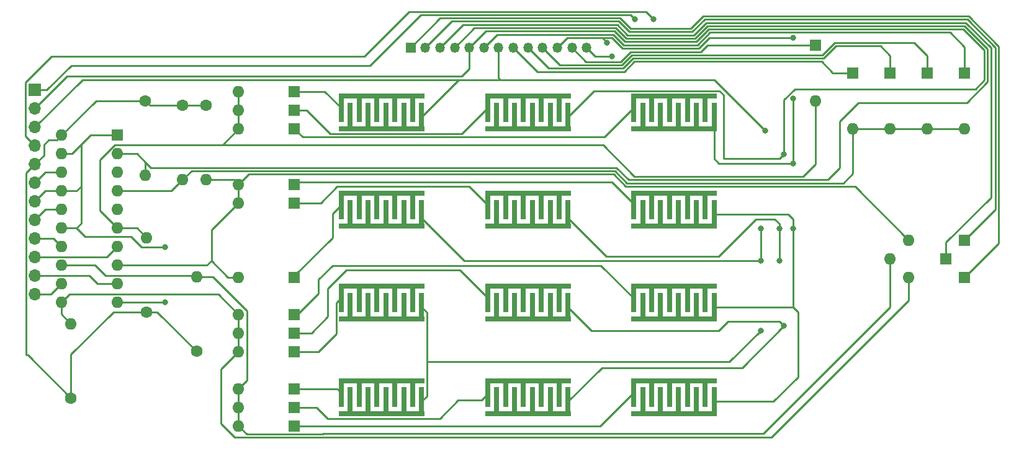
<source format=gtl>
%TF.GenerationSoftware,KiCad,Pcbnew,(6.0.0)*%
%TF.CreationDate,2022-03-13T17:54:28-04:00*%
%TF.ProjectId,jaguar controller lower pcb,6a616775-6172-4206-936f-6e74726f6c6c,rev?*%
%TF.SameCoordinates,Original*%
%TF.FileFunction,Copper,L1,Top*%
%TF.FilePolarity,Positive*%
%FSLAX46Y46*%
G04 Gerber Fmt 4.6, Leading zero omitted, Abs format (unit mm)*
G04 Created by KiCad (PCBNEW (6.0.0)) date 2022-03-13 17:54:28*
%MOMM*%
%LPD*%
G01*
G04 APERTURE LIST*
%TA.AperFunction,SMDPad,CuDef*%
%ADD10R,0.720000X3.970000*%
%TD*%
%TA.AperFunction,SMDPad,CuDef*%
%ADD11R,11.720000X0.720000*%
%TD*%
%TA.AperFunction,ComponentPad*%
%ADD12C,1.600000*%
%TD*%
%TA.AperFunction,ComponentPad*%
%ADD13O,1.600000X1.600000*%
%TD*%
%TA.AperFunction,ComponentPad*%
%ADD14R,1.600000X1.600000*%
%TD*%
%TA.AperFunction,ComponentPad*%
%ADD15R,1.700000X1.700000*%
%TD*%
%TA.AperFunction,ComponentPad*%
%ADD16O,1.700000X1.700000*%
%TD*%
%TA.AperFunction,ComponentPad*%
%ADD17R,1.350000X1.350000*%
%TD*%
%TA.AperFunction,ComponentPad*%
%ADD18O,1.350000X1.350000*%
%TD*%
%TA.AperFunction,ViaPad*%
%ADD19C,0.800000*%
%TD*%
%TA.AperFunction,Conductor*%
%ADD20C,0.250000*%
%TD*%
G04 APERTURE END LIST*
D10*
%TO.P,SW10,1,1*%
%TO.N,Net-(D3-Pad1)*%
X172345000Y-81965000D03*
X177225000Y-81965000D03*
X167465000Y-81965000D03*
D11*
X172965000Y-80340000D03*
D10*
X174785000Y-81965000D03*
X169905000Y-81965000D03*
%TO.P,SW10,2,2*%
%TO.N,/Opt com*%
X178445000Y-83185000D03*
X176005000Y-83185000D03*
X171125000Y-83185000D03*
X168685000Y-83185000D03*
X173565000Y-83185000D03*
D11*
X172965000Y-84810000D03*
%TD*%
D10*
%TO.P,SW12,1,1*%
%TO.N,Net-(D19-Pad1)*%
X169905000Y-120895000D03*
D11*
X172965000Y-119270000D03*
D10*
X172345000Y-120895000D03*
X177225000Y-120895000D03*
X174785000Y-120895000D03*
X167465000Y-120895000D03*
%TO.P,SW12,2,2*%
%TO.N,/Opt com*%
X171125000Y-122115000D03*
X178445000Y-122115000D03*
D11*
X172965000Y-123740000D03*
D10*
X168685000Y-122115000D03*
X173565000Y-122115000D03*
X176005000Y-122115000D03*
%TD*%
%TO.P,SW5,1,1*%
%TO.N,Net-(D5-Pad1)*%
X154855000Y-95275000D03*
X157295000Y-95275000D03*
X149975000Y-95275000D03*
X152415000Y-95275000D03*
X147535000Y-95275000D03*
D11*
X153035000Y-93650000D03*
D10*
%TO.P,SW5,2,2*%
%TO.N,/Ccom*%
X153635000Y-96495000D03*
X158515000Y-96495000D03*
X151195000Y-96495000D03*
D11*
X153035000Y-98120000D03*
D10*
X156075000Y-96495000D03*
X148755000Y-96495000D03*
%TD*%
%TO.P,SW2,1,1*%
%TO.N,Net-(D4-Pad1)*%
X127545000Y-95275000D03*
D11*
X133045000Y-93650000D03*
D10*
X137305000Y-95275000D03*
X132425000Y-95275000D03*
X129985000Y-95275000D03*
X134865000Y-95275000D03*
%TO.P,SW2,2,2*%
%TO.N,/Bcom*%
X136085000Y-96495000D03*
X128765000Y-96495000D03*
D11*
X133045000Y-98120000D03*
D10*
X133645000Y-96495000D03*
X131205000Y-96495000D03*
X138525000Y-96495000D03*
%TD*%
%TO.P,SW1,1,1*%
%TO.N,Net-(D1-Pad1)*%
X127545000Y-81965000D03*
X129985000Y-81965000D03*
D11*
X133045000Y-80340000D03*
D10*
X134865000Y-81965000D03*
X137305000Y-81965000D03*
X132425000Y-81965000D03*
%TO.P,SW1,2,2*%
%TO.N,/Bcom*%
X136085000Y-83185000D03*
D11*
X133045000Y-84810000D03*
D10*
X133645000Y-83185000D03*
X138525000Y-83185000D03*
X128765000Y-83185000D03*
X131205000Y-83185000D03*
%TD*%
D11*
%TO.P,SW9,1,1*%
%TO.N,Net-(D6-Pad1)*%
X172965000Y-93650000D03*
D10*
X167465000Y-95275000D03*
X172345000Y-95275000D03*
X169905000Y-95275000D03*
X174785000Y-95275000D03*
X177225000Y-95275000D03*
D11*
%TO.P,SW9,2,2*%
%TO.N,/Opt com*%
X172965000Y-98120000D03*
D10*
X168685000Y-96495000D03*
X176005000Y-96495000D03*
X173565000Y-96495000D03*
X171125000Y-96495000D03*
X178445000Y-96495000D03*
%TD*%
%TO.P,SW6,1,1*%
%TO.N,Net-(D2-Pad1)*%
X154855000Y-81965000D03*
X152415000Y-81965000D03*
X147535000Y-81965000D03*
D11*
X153035000Y-80340000D03*
D10*
X149975000Y-81965000D03*
X157295000Y-81965000D03*
%TO.P,SW6,2,2*%
%TO.N,/Ccom*%
X148755000Y-83185000D03*
D11*
X153035000Y-84810000D03*
D10*
X158515000Y-83185000D03*
X156075000Y-83185000D03*
X153635000Y-83185000D03*
X151195000Y-83185000D03*
%TD*%
%TO.P,SW3,1,1*%
%TO.N,Net-(D7-Pad1)*%
X129985000Y-107975000D03*
X134865000Y-107975000D03*
D11*
X133045000Y-106350000D03*
D10*
X127545000Y-107975000D03*
X137305000Y-107975000D03*
X132425000Y-107975000D03*
%TO.P,SW3,2,2*%
%TO.N,/Bcom*%
X138525000Y-109195000D03*
X131205000Y-109195000D03*
X133645000Y-109195000D03*
X128765000Y-109195000D03*
X136085000Y-109195000D03*
D11*
X133045000Y-110820000D03*
%TD*%
D10*
%TO.P,SW8,1,1*%
%TO.N,Net-(D10-Pad1)*%
X152415000Y-120895000D03*
X157295000Y-120895000D03*
X149975000Y-120895000D03*
X147535000Y-120895000D03*
D11*
X153035000Y-119270000D03*
D10*
X154855000Y-120895000D03*
%TO.P,SW8,2,2*%
%TO.N,/Ccom*%
X156075000Y-122115000D03*
D11*
X153035000Y-123740000D03*
D10*
X148755000Y-122115000D03*
X158515000Y-122115000D03*
X151195000Y-122115000D03*
X153635000Y-122115000D03*
%TD*%
%TO.P,SW4,1,1*%
%TO.N,Net-(D18-Pad1)*%
X132425000Y-120895000D03*
X137305000Y-120895000D03*
X129985000Y-120895000D03*
X134865000Y-120895000D03*
X127545000Y-120895000D03*
D11*
X133045000Y-119270000D03*
D10*
%TO.P,SW4,2,2*%
%TO.N,/Bcom*%
X138525000Y-122115000D03*
X133645000Y-122115000D03*
X131205000Y-122115000D03*
X136085000Y-122115000D03*
D11*
X133045000Y-123740000D03*
D10*
X128765000Y-122115000D03*
%TD*%
D11*
%TO.P,SW7,1,1*%
%TO.N,Net-(D8-Pad1)*%
X153035000Y-106350000D03*
D10*
X152415000Y-107975000D03*
X149975000Y-107975000D03*
X147535000Y-107975000D03*
X154855000Y-107975000D03*
X157295000Y-107975000D03*
%TO.P,SW7,2,2*%
%TO.N,/Ccom*%
X151195000Y-109195000D03*
D11*
X153035000Y-110820000D03*
D10*
X156075000Y-109195000D03*
X148755000Y-109195000D03*
X158515000Y-109195000D03*
X153635000Y-109195000D03*
%TD*%
%TO.P,SW11,1,1*%
%TO.N,Net-(D9-Pad1)*%
X169905000Y-107975000D03*
X174785000Y-107975000D03*
D11*
X172965000Y-106350000D03*
D10*
X167465000Y-107975000D03*
X177225000Y-107975000D03*
X172345000Y-107975000D03*
%TO.P,SW11,2,2*%
%TO.N,/Opt com*%
X176005000Y-109195000D03*
D11*
X172965000Y-110820000D03*
D10*
X168685000Y-109195000D03*
X171125000Y-109195000D03*
X178445000Y-109195000D03*
X173565000Y-109195000D03*
%TD*%
D12*
%TO.P,R5,1*%
%TO.N,+5V*%
X90695000Y-121635000D03*
D13*
%TO.P,R5,2*%
%TO.N,/row5*%
X90695000Y-111475000D03*
%TD*%
D14*
%TO.P,D11,1,K*%
%TO.N,/up*%
X210075000Y-102585000D03*
D13*
%TO.P,D11,2,A*%
%TO.N,/row6*%
X202455000Y-102585000D03*
%TD*%
D12*
%TO.P,R3,1*%
%TO.N,+5V*%
X100965000Y-109855000D03*
D13*
%TO.P,R3,2*%
%TO.N,/row3*%
X100965000Y-99695000D03*
%TD*%
D14*
%TO.P,D15,1,K*%
%TO.N,/A*%
X202455000Y-77185000D03*
D13*
%TO.P,D15,2,A*%
%TO.N,/row2*%
X202455000Y-84805000D03*
%TD*%
D14*
%TO.P,D2,1,K*%
%TO.N,Net-(D2-Pad1)*%
X121175000Y-82265000D03*
D13*
%TO.P,D2,2,A*%
%TO.N,/row3*%
X113555000Y-82265000D03*
%TD*%
D12*
%TO.P,R4,1*%
%TO.N,+5V*%
X109110000Y-81630000D03*
D13*
%TO.P,R4,2*%
%TO.N,/row4*%
X109110000Y-91790000D03*
%TD*%
D15*
%TO.P,J2,1,Pin_1*%
%TO.N,/Opt com*%
X85775000Y-79515000D03*
D16*
%TO.P,J2,2,Pin_2*%
%TO.N,/Ccom*%
X85775000Y-82055000D03*
%TO.P,J2,3,Pin_3*%
%TO.N,/Bcom*%
X85775000Y-84595000D03*
%TO.P,J2,4,Pin_4*%
%TO.N,/Acom*%
X85775000Y-87135000D03*
%TO.P,J2,5,Pin_5*%
%TO.N,+5V*%
X85775000Y-89675000D03*
%TO.P,J2,6,Pin_6*%
%TO.N,Net-(J2-Pad6)*%
X85775000Y-92215000D03*
%TO.P,J2,7,Pin_7*%
%TO.N,GND*%
X85775000Y-94755000D03*
%TO.P,J2,8,Pin_8*%
%TO.N,Net-(J2-Pad8)*%
X85775000Y-97295000D03*
%TO.P,J2,9,Pin_9*%
%TO.N,Net-(J2-Pad9)*%
X85775000Y-99835000D03*
%TO.P,J2,10,Pin_10*%
%TO.N,Net-(J2-Pad10)*%
X85775000Y-102375000D03*
%TO.P,J2,11,Pin_11*%
%TO.N,Net-(J2-Pad11)*%
X85775000Y-104915000D03*
%TO.P,J2,12,Pin_12*%
%TO.N,Net-(J2-Pad12)*%
X85775000Y-107455000D03*
%TD*%
D14*
%TO.P,D9,1,K*%
%TO.N,Net-(D9-Pad1)*%
X121175000Y-110205000D03*
D13*
%TO.P,D9,2,A*%
%TO.N,/row5*%
X113555000Y-110205000D03*
%TD*%
D12*
%TO.P,R1,1*%
%TO.N,+5V*%
X100855000Y-80995000D03*
D13*
%TO.P,R1,2*%
%TO.N,/Pause*%
X100855000Y-91155000D03*
%TD*%
D14*
%TO.P,D1,1,K*%
%TO.N,Net-(D1-Pad1)*%
X121175000Y-79725000D03*
D13*
%TO.P,D1,2,A*%
%TO.N,/row3*%
X113555000Y-79725000D03*
%TD*%
D14*
%TO.P,D14,1,K*%
%TO.N,/right*%
X192295000Y-73375000D03*
D13*
%TO.P,D14,2,A*%
%TO.N,/row3*%
X192295000Y-80995000D03*
%TD*%
D14*
%TO.P,D12,1,K*%
%TO.N,/down*%
X212615000Y-105125000D03*
D13*
%TO.P,D12,2,A*%
%TO.N,/row5*%
X204995000Y-105125000D03*
%TD*%
D14*
%TO.P,D10,1,K*%
%TO.N,Net-(D10-Pad1)*%
X121175000Y-122905000D03*
D13*
%TO.P,D10,2,A*%
%TO.N,/row6*%
X113555000Y-122905000D03*
%TD*%
D14*
%TO.P,D17,1,K*%
%TO.N,/C*%
X212615000Y-77185000D03*
D13*
%TO.P,D17,2,A*%
%TO.N,/row2*%
X212615000Y-84805000D03*
%TD*%
D14*
%TO.P,D13,1,K*%
%TO.N,/left*%
X212615000Y-100045000D03*
D13*
%TO.P,D13,2,A*%
%TO.N,/row4*%
X204995000Y-100045000D03*
%TD*%
D14*
%TO.P,D5,1,K*%
%TO.N,Net-(D5-Pad1)*%
X121175000Y-94965000D03*
D13*
%TO.P,D5,2,A*%
%TO.N,/row4*%
X113555000Y-94965000D03*
%TD*%
D14*
%TO.P,D6,1,K*%
%TO.N,Net-(D6-Pad1)*%
X121175000Y-92425000D03*
D13*
%TO.P,D6,2,A*%
%TO.N,/row4*%
X113555000Y-92425000D03*
%TD*%
D14*
%TO.P,D4,1,K*%
%TO.N,Net-(D4-Pad1)*%
X121175000Y-105125000D03*
D13*
%TO.P,D4,2,A*%
%TO.N,/row4*%
X113555000Y-105125000D03*
%TD*%
D14*
%TO.P,D3,1,K*%
%TO.N,Net-(D3-Pad1)*%
X121175000Y-84805000D03*
D13*
%TO.P,D3,2,A*%
%TO.N,/row3*%
X113555000Y-84805000D03*
%TD*%
D12*
%TO.P,R2,1*%
%TO.N,+5V*%
X105935000Y-81630000D03*
D13*
%TO.P,R2,2*%
%TO.N,/row2*%
X105935000Y-91790000D03*
%TD*%
D14*
%TO.P,D18,1,K*%
%TO.N,Net-(D18-Pad1)*%
X121175000Y-120365000D03*
D13*
%TO.P,D18,2,A*%
%TO.N,/row6*%
X113555000Y-120365000D03*
%TD*%
D14*
%TO.P,U1,1,1OE*%
%TO.N,GND*%
X97019600Y-85719400D03*
D13*
%TO.P,U1,2,1A0*%
%TO.N,/Pause*%
X97019600Y-88259400D03*
%TO.P,U1,3,2Y0*%
%TO.N,unconnected-(U1-Pad3)*%
X97019600Y-90799400D03*
%TO.P,U1,4,1A1*%
%TO.N,/row2*%
X97019600Y-93339400D03*
%TO.P,U1,5,2Y1*%
%TO.N,unconnected-(U1-Pad5)*%
X97019600Y-95879400D03*
%TO.P,U1,6,1A2*%
%TO.N,/row3*%
X97019600Y-98419400D03*
%TO.P,U1,7,2Y2*%
%TO.N,Net-(J2-Pad10)*%
X97019600Y-100959400D03*
%TO.P,U1,8,1A3*%
%TO.N,/row4*%
X97019600Y-103499400D03*
%TO.P,U1,9,2Y3*%
%TO.N,Net-(J2-Pad11)*%
X97019600Y-106039400D03*
%TO.P,U1,10,GND*%
%TO.N,GND*%
X97019600Y-108579400D03*
%TO.P,U1,11,2A3*%
%TO.N,/row5*%
X89399600Y-108579400D03*
%TO.P,U1,12,1Y3*%
%TO.N,Net-(J2-Pad12)*%
X89399600Y-106039400D03*
%TO.P,U1,13,2A2*%
%TO.N,/row6*%
X89399600Y-103499400D03*
%TO.P,U1,14,1Y2*%
%TO.N,Net-(J2-Pad9)*%
X89399600Y-100959400D03*
%TO.P,U1,15,2A1*%
%TO.N,GND*%
X89399600Y-98419400D03*
%TO.P,U1,16,1Y1*%
%TO.N,Net-(J2-Pad8)*%
X89399600Y-95879400D03*
%TO.P,U1,17,2A0*%
%TO.N,GND*%
X89399600Y-93339400D03*
%TO.P,U1,18,1Y0*%
%TO.N,Net-(J2-Pad6)*%
X89399600Y-90799400D03*
%TO.P,U1,19,2OE*%
%TO.N,GND*%
X89399600Y-88259400D03*
%TO.P,U1,20,VCC*%
%TO.N,+5V*%
X89399600Y-85719400D03*
%TD*%
D14*
%TO.P,D19,1,K*%
%TO.N,Net-(D19-Pad1)*%
X121175000Y-125445000D03*
D13*
%TO.P,D19,2,A*%
%TO.N,/row6*%
X113555000Y-125445000D03*
%TD*%
D14*
%TO.P,D8,1,K*%
%TO.N,Net-(D8-Pad1)*%
X121175000Y-112745000D03*
D13*
%TO.P,D8,2,A*%
%TO.N,/row5*%
X113555000Y-112745000D03*
%TD*%
D14*
%TO.P,D7,1,K*%
%TO.N,Net-(D7-Pad1)*%
X121175000Y-115285000D03*
D13*
%TO.P,D7,2,A*%
%TO.N,/row5*%
X113555000Y-115285000D03*
%TD*%
D12*
%TO.P,R6,1*%
%TO.N,+5V*%
X107840000Y-115231200D03*
D13*
%TO.P,R6,2*%
%TO.N,/row6*%
X107840000Y-105071200D03*
%TD*%
D17*
%TO.P,J1,1,Pin_1*%
%TO.N,/down*%
X137025000Y-73735000D03*
D18*
%TO.P,J1,2,Pin_2*%
%TO.N,/left*%
X139025000Y-73735000D03*
%TO.P,J1,3,Pin_3*%
%TO.N,/up*%
X141025000Y-73735000D03*
%TO.P,J1,4,Pin_4*%
%TO.N,/Pause*%
X143025000Y-73735000D03*
%TO.P,J1,5,Pin_5*%
%TO.N,/Ccom*%
X145025000Y-73735000D03*
%TO.P,J1,6,Pin_6*%
%TO.N,/C*%
X147025000Y-73735000D03*
%TO.P,J1,7,Pin_7*%
%TO.N,/Bcom*%
X149025000Y-73735000D03*
%TO.P,J1,8,Pin_8*%
%TO.N,/B*%
X151025000Y-73735000D03*
%TO.P,J1,9,Pin_9*%
%TO.N,/A*%
X153025000Y-73735000D03*
%TO.P,J1,10,Pin_10*%
%TO.N,/Opt*%
X155025000Y-73735000D03*
%TO.P,J1,11,Pin_11*%
%TO.N,/Opt com*%
X157025000Y-73735000D03*
%TO.P,J1,12,Pin_12*%
%TO.N,/right*%
X159025000Y-73735000D03*
%TO.P,J1,13,Pin_13*%
%TO.N,/Acom*%
X161025000Y-73735000D03*
%TD*%
D14*
%TO.P,D16,1,K*%
%TO.N,/B*%
X197375000Y-77185000D03*
D13*
%TO.P,D16,2,A*%
%TO.N,/row2*%
X197375000Y-84805000D03*
%TD*%
D14*
%TO.P,D20,1,K*%
%TO.N,/Opt*%
X207535000Y-77185000D03*
D13*
%TO.P,D20,2,A*%
%TO.N,/row2*%
X207535000Y-84805000D03*
%TD*%
D19*
%TO.N,/Ccom*%
X187325000Y-98425000D03*
X187960000Y-111760000D03*
X187960000Y-88265000D03*
X187325000Y-102870000D03*
%TO.N,/Bcom*%
X185420000Y-85090000D03*
X184785000Y-98425000D03*
X184785000Y-102870000D03*
X184785000Y-112395000D03*
%TO.N,/Opt com*%
X163830000Y-73025000D03*
X189230000Y-89535000D03*
X189230000Y-72390000D03*
X189230000Y-98425000D03*
X189230000Y-80645000D03*
X167640000Y-69850000D03*
%TO.N,/Acom*%
X170180000Y-69850000D03*
X164465000Y-74930000D03*
%TO.N,GND*%
X103505000Y-100965000D03*
X103499400Y-108579400D03*
%TD*%
D20*
%TO.N,Net-(D1-Pad1)*%
X121175000Y-79725000D02*
X125305000Y-79725000D01*
X125305000Y-79725000D02*
X127545000Y-81965000D01*
%TO.N,/row3*%
X111365000Y-86995000D02*
X113555000Y-84805000D01*
X97019600Y-98419400D02*
X94615000Y-96014800D01*
X97019600Y-98419400D02*
X99689400Y-98419400D01*
X96693700Y-86995000D02*
X111365000Y-86995000D01*
X99689400Y-98419400D02*
X100965000Y-99695000D01*
X113555000Y-84805000D02*
X113555000Y-79725000D01*
X167561440Y-91361440D02*
X190578560Y-91361440D01*
X94615000Y-89073700D02*
X96693700Y-86995000D01*
X94615000Y-96014800D02*
X94615000Y-89073700D01*
X111365000Y-86995000D02*
X163273560Y-86995000D01*
X163273560Y-86995000D02*
X163273560Y-87073560D01*
X192295000Y-89645000D02*
X192295000Y-80995000D01*
X163273560Y-87073560D02*
X167561440Y-91361440D01*
X190578560Y-91361440D02*
X192295000Y-89645000D01*
%TO.N,Net-(D2-Pad1)*%
X147535000Y-81965000D02*
X144005489Y-85494511D01*
X122840000Y-82265000D02*
X121175000Y-82265000D01*
X144005489Y-85494511D02*
X126069511Y-85494511D01*
X126069511Y-85494511D02*
X122840000Y-82265000D01*
%TO.N,Net-(D3-Pad1)*%
X121175000Y-84805000D02*
X122314031Y-85944031D01*
X163485969Y-85944031D02*
X167465000Y-81965000D01*
X122314031Y-85944031D02*
X163485969Y-85944031D01*
%TO.N,Net-(D4-Pad1)*%
X121175000Y-104885000D02*
X126365000Y-99695000D01*
X126365000Y-99695000D02*
X126365000Y-96455000D01*
X126365000Y-96455000D02*
X127545000Y-95275000D01*
X121175000Y-105125000D02*
X121175000Y-104885000D01*
%TO.N,/row4*%
X112110000Y-105125000D02*
X109855000Y-102870000D01*
X109855000Y-102870000D02*
X109855000Y-98665000D01*
X114935000Y-91045000D02*
X164705000Y-91045000D01*
X113555000Y-94965000D02*
X113555000Y-92425000D01*
X164705000Y-91045000D02*
X166370000Y-92710000D01*
X109225600Y-103499400D02*
X109855000Y-102870000D01*
X97019600Y-103499400D02*
X109225600Y-103499400D01*
X109110000Y-91790000D02*
X112920000Y-91790000D01*
X113555000Y-92425000D02*
X114935000Y-91045000D01*
X112920000Y-91790000D02*
X113555000Y-92425000D01*
X166370000Y-92710000D02*
X197660000Y-92710000D01*
X197660000Y-92710000D02*
X204995000Y-100045000D01*
X113555000Y-105125000D02*
X112110000Y-105125000D01*
X109855000Y-98665000D02*
X113555000Y-94965000D01*
%TO.N,Net-(D5-Pad1)*%
X124745000Y-94965000D02*
X127000000Y-92710000D01*
X121175000Y-94965000D02*
X124745000Y-94965000D01*
X127000000Y-92710000D02*
X144970000Y-92710000D01*
X144970000Y-92710000D02*
X147535000Y-95275000D01*
%TO.N,Net-(D6-Pad1)*%
X164465000Y-92075000D02*
X121525000Y-92075000D01*
X121525000Y-92075000D02*
X121175000Y-92425000D01*
X167465000Y-95075000D02*
X164465000Y-92075000D01*
X167465000Y-95275000D02*
X167465000Y-95075000D01*
%TO.N,Net-(D7-Pad1)*%
X126860489Y-108659511D02*
X126860489Y-112890489D01*
X127545000Y-107975000D02*
X126860489Y-108659511D01*
X124465978Y-115285000D02*
X121175000Y-115285000D01*
X126860489Y-112890489D02*
X124465978Y-115285000D01*
%TO.N,/row5*%
X113555000Y-110205000D02*
X110804889Y-107454889D01*
X89399600Y-108579400D02*
X89399600Y-110179600D01*
X204995000Y-108275862D02*
X186251831Y-127019031D01*
X204995000Y-105125000D02*
X204995000Y-108275862D01*
X113049031Y-127019031D02*
X111125000Y-125095000D01*
X89399600Y-110179600D02*
X90695000Y-111475000D01*
X186251831Y-127019031D02*
X113049031Y-127019031D01*
X113555000Y-115285000D02*
X113555000Y-110205000D01*
X110804889Y-107454889D02*
X90524111Y-107454889D01*
X111125000Y-125095000D02*
X111125000Y-117715000D01*
X90524111Y-107454889D02*
X89399600Y-108579400D01*
X111125000Y-117715000D02*
X113555000Y-115285000D01*
%TO.N,Net-(D8-Pad1)*%
X125730000Y-110490000D02*
X123475000Y-112745000D01*
X143700000Y-104140000D02*
X128270000Y-104140000D01*
X123475000Y-112745000D02*
X121175000Y-112745000D01*
X125730000Y-106680000D02*
X125730000Y-110490000D01*
X128270000Y-104140000D02*
X125730000Y-106680000D01*
X147535000Y-107975000D02*
X143700000Y-104140000D01*
%TO.N,Net-(D9-Pad1)*%
X124460000Y-105410000D02*
X126365000Y-103505000D01*
X121175000Y-110205000D02*
X121570000Y-110205000D01*
X121570000Y-110205000D02*
X124460000Y-107315000D01*
X162995000Y-103505000D02*
X167465000Y-107975000D01*
X126365000Y-103505000D02*
X162995000Y-103505000D01*
X124460000Y-107315000D02*
X124460000Y-105410000D01*
%TO.N,Net-(D10-Pad1)*%
X146685000Y-121920000D02*
X147535000Y-121070000D01*
X125694511Y-124424511D02*
X141005489Y-124424511D01*
X121175000Y-122905000D02*
X124175000Y-122905000D01*
X143510000Y-121920000D02*
X146685000Y-121920000D01*
X147535000Y-121070000D02*
X147535000Y-120895000D01*
X124175000Y-122905000D02*
X125694511Y-124424511D01*
X141005489Y-124424511D02*
X143510000Y-121920000D01*
%TO.N,/row6*%
X110011500Y-105071200D02*
X114679511Y-109739211D01*
X107840000Y-105071200D02*
X107683689Y-104914889D01*
X95389889Y-104914889D02*
X93974400Y-103499400D01*
X125055009Y-126569511D02*
X125095000Y-126529520D01*
X93974400Y-103499400D02*
X89399600Y-103499400D01*
X202455000Y-109176440D02*
X185101920Y-126529520D01*
X114679511Y-126569511D02*
X125055009Y-126569511D01*
X114679511Y-109739211D02*
X114679511Y-119240489D01*
X107683689Y-104914889D02*
X95389889Y-104914889D01*
X113555000Y-125445000D02*
X113555000Y-120365000D01*
X202455000Y-102585000D02*
X202455000Y-109176440D01*
X114679511Y-119240489D02*
X113555000Y-120365000D01*
X125095000Y-126529520D02*
X185101920Y-126529520D01*
X107840000Y-105071200D02*
X110011500Y-105071200D01*
X113555000Y-125445000D02*
X114679511Y-126569511D01*
%TO.N,/up*%
X166632605Y-72019040D02*
X175632395Y-72019040D01*
X165205484Y-70591920D02*
X166632605Y-72019040D01*
X175632395Y-72019040D02*
X177334506Y-70316929D01*
X144168080Y-70591920D02*
X165205484Y-70591920D01*
X210075000Y-100335978D02*
X210075000Y-102585000D01*
X141025000Y-73735000D02*
X144168080Y-70591920D01*
X212772922Y-70316929D02*
X216197120Y-73741127D01*
X177334506Y-70316929D02*
X212772922Y-70316929D01*
X216197120Y-94213858D02*
X210075000Y-100335978D01*
X216197120Y-73741127D02*
X216197120Y-94213858D01*
%TO.N,/down*%
X165577880Y-69692880D02*
X167005000Y-71120000D01*
X217263920Y-73536492D02*
X217263920Y-100476080D01*
X141067120Y-69692880D02*
X165577880Y-69692880D01*
X217263920Y-100476080D02*
X212615000Y-105125000D01*
X213145317Y-69417889D02*
X217263920Y-73536492D01*
X137025000Y-73735000D02*
X141067120Y-69692880D01*
X176962112Y-69417889D02*
X213145317Y-69417889D01*
X175260000Y-71120000D02*
X176962112Y-69417889D01*
X167005000Y-71120000D02*
X175260000Y-71120000D01*
%TO.N,/left*%
X177148309Y-69867409D02*
X212959119Y-69867409D01*
X166818802Y-71569520D02*
X175446198Y-71569520D01*
X212959119Y-69867409D02*
X216814400Y-73722690D01*
X165391682Y-70142400D02*
X166818802Y-71569520D01*
X142617600Y-70142400D02*
X165391682Y-70142400D01*
X139025000Y-73735000D02*
X142617600Y-70142400D01*
X175446198Y-71569520D02*
X177148309Y-69867409D01*
X216814400Y-95845600D02*
X212615000Y-100045000D01*
X216814400Y-73722690D02*
X216814400Y-95845600D01*
%TO.N,/right*%
X176595000Y-74295000D02*
X167005000Y-74295000D01*
X160944511Y-75654511D02*
X159025000Y-73735000D01*
X177515000Y-73375000D02*
X176595000Y-74295000D01*
X192295000Y-73375000D02*
X177515000Y-73375000D01*
X165645489Y-75654511D02*
X160944511Y-75654511D01*
X167005000Y-74295000D02*
X165645489Y-75654511D01*
%TO.N,/A*%
X201109520Y-73474520D02*
X202455000Y-74820000D01*
X195080219Y-73474520D02*
X201109520Y-73474520D01*
X155843551Y-76553551D02*
X166017883Y-76553551D01*
X166017883Y-76553551D02*
X167377394Y-75194040D01*
X153025000Y-73735000D02*
X155843551Y-76553551D01*
X193360699Y-75194040D02*
X195080219Y-73474520D01*
X202455000Y-74820000D02*
X202455000Y-77185000D01*
X167377394Y-75194040D02*
X193360699Y-75194040D01*
%TO.N,/row2*%
X104385600Y-93339400D02*
X105935000Y-91790000D01*
X107129520Y-90595480D02*
X105935000Y-91790000D01*
X164891198Y-90595480D02*
X107129520Y-90595480D01*
X196029520Y-92260480D02*
X166556198Y-92260480D01*
X212615000Y-84805000D02*
X197375000Y-84805000D01*
X197375000Y-84805000D02*
X197375000Y-90915000D01*
X197375000Y-90915000D02*
X196029520Y-92260480D01*
X166556198Y-92260480D02*
X164891198Y-90595480D01*
X97019600Y-93339400D02*
X104385600Y-93339400D01*
%TO.N,/B*%
X194581440Y-77185000D02*
X194581440Y-77106440D01*
X194581440Y-77106440D02*
X193118560Y-75643560D01*
X197375000Y-77185000D02*
X194581440Y-77185000D01*
X167563592Y-75643560D02*
X166204080Y-77003071D01*
X166204080Y-77003071D02*
X154293071Y-77003071D01*
X154293071Y-77003071D02*
X151025000Y-73735000D01*
X193118560Y-75643560D02*
X167563592Y-75643560D01*
%TO.N,/C*%
X212615000Y-73668400D02*
X212615000Y-77185000D01*
X148819520Y-71940480D02*
X164646892Y-71940480D01*
X166074012Y-73367600D02*
X176190989Y-73367600D01*
X164646892Y-71940480D02*
X166074012Y-73367600D01*
X210612089Y-71665489D02*
X212615000Y-73668400D01*
X177893099Y-71665489D02*
X210612089Y-71665489D01*
X147025000Y-73735000D02*
X148819520Y-71940480D01*
X176190989Y-73367600D02*
X177893099Y-71665489D01*
%TO.N,Net-(D18-Pad1)*%
X127015000Y-120365000D02*
X127545000Y-120895000D01*
X121175000Y-120365000D02*
X127015000Y-120365000D01*
%TO.N,Net-(D19-Pad1)*%
X121175000Y-125445000D02*
X162915000Y-125445000D01*
X162915000Y-125445000D02*
X167465000Y-120895000D01*
%TO.N,/Opt*%
X194894022Y-73025000D02*
X205740000Y-73025000D01*
X157394031Y-76104031D02*
X165831686Y-76104031D01*
X193174502Y-74744520D02*
X194894022Y-73025000D01*
X207535000Y-74820000D02*
X207535000Y-77185000D01*
X167191197Y-74744520D02*
X193174502Y-74744520D01*
X205740000Y-73025000D02*
X207535000Y-74820000D01*
X155025000Y-73735000D02*
X157394031Y-76104031D01*
X165831686Y-76104031D02*
X167191197Y-74744520D01*
%TO.N,/Pause*%
X99689400Y-88259400D02*
X100855000Y-89425000D01*
X215747600Y-78409800D02*
X212877400Y-81280000D01*
X215747600Y-73927324D02*
X215747600Y-78409800D01*
X195580000Y-83820000D02*
X195580000Y-90170000D01*
X100855000Y-89425000D02*
X100855000Y-91155000D01*
X143025000Y-73735000D02*
X145718560Y-71041440D01*
X165077395Y-90145960D02*
X101575960Y-90145960D01*
X97019600Y-88259400D02*
X99689400Y-88259400D01*
X166742395Y-91810960D02*
X165077395Y-90145960D01*
X195580000Y-90170000D02*
X193939040Y-91810960D01*
X145718560Y-71041440D02*
X165019288Y-71041440D01*
X165019288Y-71041440D02*
X166446408Y-72468560D01*
X166446408Y-72468560D02*
X175818592Y-72468560D01*
X212586725Y-70766449D02*
X215747600Y-73927324D01*
X177520703Y-70766449D02*
X212586725Y-70766449D01*
X175818592Y-72468560D02*
X177520703Y-70766449D01*
X101575960Y-90145960D02*
X100855000Y-89425000D01*
X193939040Y-91810960D02*
X166742395Y-91810960D01*
X198120000Y-81280000D02*
X195580000Y-83820000D01*
X212877400Y-81280000D02*
X198120000Y-81280000D01*
%TO.N,/Ccom*%
X166260210Y-72918080D02*
X176004789Y-72918080D01*
X212400527Y-71215969D02*
X215290400Y-74105842D01*
X189475386Y-79375000D02*
X187960000Y-80890386D01*
X158515000Y-97049022D02*
X163700978Y-102235000D01*
X163155000Y-117475000D02*
X182245000Y-117475000D01*
X187325000Y-98425000D02*
X187325000Y-102870000D01*
X158515000Y-96495000D02*
X158515000Y-97049022D01*
X161715000Y-112395000D02*
X158515000Y-109195000D01*
X162044511Y-79655489D02*
X179149511Y-79655489D01*
X179070000Y-102235000D02*
X184150000Y-97155000D01*
X179070000Y-112395000D02*
X161715000Y-112395000D01*
X179705000Y-88900000D02*
X187325000Y-88900000D01*
X215290400Y-78181200D02*
X214096600Y-79375000D01*
X214096600Y-79375000D02*
X189475386Y-79375000D01*
X187960000Y-80890386D02*
X187960000Y-88265000D01*
X215290400Y-74105842D02*
X215290400Y-78181200D01*
X184150000Y-97155000D02*
X186690000Y-97155000D01*
X187960000Y-111760000D02*
X187325000Y-111125000D01*
X187325000Y-111125000D02*
X180340000Y-111125000D01*
X90174520Y-77655480D02*
X143959520Y-77655480D01*
X163700978Y-102235000D02*
X179070000Y-102235000D01*
X186690000Y-97155000D02*
X187325000Y-97790000D01*
X145025000Y-73735000D02*
X147269040Y-71490960D01*
X158515000Y-122115000D02*
X163155000Y-117475000D01*
X143959520Y-77655480D02*
X145025000Y-76590000D01*
X158515000Y-83185000D02*
X162044511Y-79655489D01*
X147269040Y-71490960D02*
X164833090Y-71490960D01*
X177706902Y-71215969D02*
X212400527Y-71215969D01*
X187325000Y-88900000D02*
X187960000Y-88265000D01*
X164833090Y-71490960D02*
X166260210Y-72918080D01*
X145025000Y-76590000D02*
X145025000Y-73735000D01*
X182245000Y-117475000D02*
X187960000Y-111760000D01*
X180340000Y-111125000D02*
X179070000Y-112395000D01*
X176004789Y-72918080D02*
X177706902Y-71215969D01*
X187325000Y-97790000D02*
X187325000Y-98425000D01*
X85775000Y-82055000D02*
X90174520Y-77655480D01*
X179149511Y-79655489D02*
X179705000Y-80210978D01*
X179705000Y-80210978D02*
X179705000Y-88900000D01*
%TO.N,/Bcom*%
X144145000Y-78105000D02*
X149225000Y-78105000D01*
X143605000Y-78105000D02*
X144145000Y-78105000D01*
X149225000Y-78105000D02*
X178435000Y-78105000D01*
X138525000Y-97049022D02*
X144345978Y-102870000D01*
X144145000Y-78105000D02*
X92265000Y-78105000D01*
X178435000Y-78105000D02*
X185420000Y-85090000D01*
X184785000Y-102870000D02*
X184785000Y-98425000D01*
X149025000Y-73735000D02*
X149025000Y-77905000D01*
X144345978Y-102870000D02*
X184785000Y-102870000D01*
X138525000Y-83185000D02*
X143605000Y-78105000D01*
X139229511Y-116675489D02*
X180504511Y-116675489D01*
X139229511Y-121410489D02*
X138525000Y-122115000D01*
X138525000Y-96495000D02*
X138525000Y-97049022D01*
X149025000Y-77905000D02*
X149225000Y-78105000D01*
X180504511Y-116675489D02*
X184785000Y-112395000D01*
X138525000Y-109195000D02*
X139229511Y-109899511D01*
X139229511Y-109899511D02*
X139229511Y-116675489D01*
X92265000Y-78105000D02*
X85775000Y-84595000D01*
X139229511Y-116675489D02*
X139229511Y-121410489D01*
%TO.N,/Opt com*%
X178445000Y-122115000D02*
X186495000Y-122115000D01*
X189230000Y-89535000D02*
X189230000Y-80645000D01*
X189205000Y-109195000D02*
X189230000Y-109170000D01*
X158370000Y-72390000D02*
X157025000Y-73735000D01*
X179070000Y-89535000D02*
X189230000Y-89535000D01*
X178445000Y-83185000D02*
X178445000Y-88910000D01*
X189205000Y-109195000D02*
X178445000Y-109195000D01*
X176377187Y-73817120D02*
X177804307Y-72390000D01*
X189865000Y-118745000D02*
X189865000Y-109855000D01*
X186495000Y-122115000D02*
X189865000Y-118745000D01*
X87388400Y-79515000D02*
X90703400Y-76200000D01*
X163830000Y-73025000D02*
X163195000Y-72390000D01*
X163195000Y-72390000D02*
X158370000Y-72390000D01*
X178445000Y-88910000D02*
X179070000Y-89535000D01*
X131445000Y-76200000D02*
X138401640Y-69243360D01*
X90703400Y-76200000D02*
X131445000Y-76200000D01*
X177804307Y-72390000D02*
X189230000Y-72390000D01*
X188570000Y-96495000D02*
X178445000Y-96495000D01*
X167033360Y-69243360D02*
X167640000Y-69850000D01*
X138401640Y-69243360D02*
X167033360Y-69243360D01*
X165887814Y-73817120D02*
X176377187Y-73817120D01*
X163195000Y-72390000D02*
X164460694Y-72390000D01*
X189230000Y-97155000D02*
X188570000Y-96495000D01*
X164460694Y-72390000D02*
X165887814Y-73817120D01*
X189230000Y-98425000D02*
X189230000Y-97155000D01*
X85775000Y-79515000D02*
X87388400Y-79515000D01*
X189865000Y-109855000D02*
X189205000Y-109195000D01*
X189230000Y-109170000D02*
X189230000Y-98425000D01*
%TO.N,/Acom*%
X88010978Y-74930000D02*
X84455000Y-78485978D01*
X169123840Y-68793840D02*
X136819160Y-68793840D01*
X84455000Y-85815000D02*
X85775000Y-87135000D01*
X170180000Y-69850000D02*
X169123840Y-68793840D01*
X136819160Y-68793840D02*
X130683000Y-74930000D01*
X162220000Y-74930000D02*
X161025000Y-73735000D01*
X84455000Y-78485978D02*
X84455000Y-85815000D01*
X164465000Y-74930000D02*
X162220000Y-74930000D01*
X130683000Y-74930000D02*
X88010978Y-74930000D01*
%TO.N,+5V*%
X84600489Y-115715489D02*
X84775489Y-115715489D01*
X90695000Y-115680000D02*
X96520000Y-109855000D01*
X101490000Y-81630000D02*
X100855000Y-80995000D01*
X86995000Y-86995000D02*
X86995000Y-88455000D01*
X86995000Y-88455000D02*
X85775000Y-89675000D01*
X85775000Y-89675000D02*
X84600489Y-90849511D01*
X96520000Y-109855000D02*
X100965000Y-109855000D01*
X100855000Y-80995000D02*
X94124000Y-80995000D01*
X84775489Y-115715489D02*
X90695000Y-121635000D01*
X105935000Y-81630000D02*
X101490000Y-81630000D01*
X94124000Y-80995000D02*
X89399600Y-85719400D01*
X87630000Y-86360000D02*
X86995000Y-86995000D01*
X88759000Y-86360000D02*
X87630000Y-86360000D01*
X89399600Y-85719400D02*
X88759000Y-86360000D01*
X109110000Y-81630000D02*
X105935000Y-81630000D01*
X100965000Y-109855000D02*
X102463800Y-109855000D01*
X90695000Y-121635000D02*
X90695000Y-115680000D01*
X84600489Y-90849511D02*
X84600489Y-115715489D01*
X102463800Y-109855000D02*
X107840000Y-115231200D01*
%TO.N,Net-(J2-Pad6)*%
X87190600Y-90799400D02*
X85775000Y-92215000D01*
X89399600Y-90799400D02*
X87190600Y-90799400D01*
%TO.N,GND*%
X90810600Y-88259400D02*
X91757500Y-87312500D01*
X89399600Y-93339400D02*
X87190600Y-93339400D01*
X100330000Y-100965000D02*
X103505000Y-100965000D01*
X92570111Y-99543911D02*
X98908911Y-99543911D01*
X97019600Y-108579400D02*
X103499400Y-108579400D01*
X98908911Y-99543911D02*
X100330000Y-100965000D01*
X91445600Y-98419400D02*
X92570111Y-99543911D01*
X91757500Y-87312500D02*
X93350600Y-85719400D01*
X92080600Y-97784400D02*
X92080600Y-92069400D01*
X89399600Y-88259400D02*
X90810600Y-88259400D01*
X97019600Y-85719400D02*
X94609400Y-85719400D01*
X91434400Y-93339400D02*
X92080600Y-92693200D01*
X91445600Y-98419400D02*
X92080600Y-97784400D01*
X89399600Y-98419400D02*
X91445600Y-98419400D01*
X91757500Y-87312500D02*
X92080600Y-86989400D01*
X92080600Y-92069400D02*
X92080600Y-86989400D01*
X87190600Y-93339400D02*
X85775000Y-94755000D01*
X93350600Y-85719400D02*
X94609400Y-85719400D01*
X89399600Y-93339400D02*
X91434400Y-93339400D01*
X92080600Y-92693200D02*
X92080600Y-92069400D01*
%TO.N,Net-(J2-Pad8)*%
X89399600Y-95879400D02*
X87190600Y-95879400D01*
X87190600Y-95879400D02*
X85775000Y-97295000D01*
%TO.N,Net-(J2-Pad9)*%
X88275200Y-99835000D02*
X89399600Y-100959400D01*
X85775000Y-99835000D02*
X88275200Y-99835000D01*
%TO.N,Net-(J2-Pad10)*%
X85775111Y-102374889D02*
X95604111Y-102374889D01*
X95604111Y-102374889D02*
X97019600Y-100959400D01*
X85775000Y-102375000D02*
X85775111Y-102374889D01*
%TO.N,Net-(J2-Pad11)*%
X97019600Y-106039400D02*
X94329622Y-106039400D01*
X85775000Y-104915000D02*
X85775111Y-104914889D01*
X85775111Y-104914889D02*
X93205111Y-104914889D01*
X94329622Y-106039400D02*
X93205111Y-104914889D01*
%TO.N,Net-(J2-Pad12)*%
X87984000Y-107455000D02*
X89399600Y-106039400D01*
X85775000Y-107455000D02*
X87984000Y-107455000D01*
%TD*%
M02*

</source>
